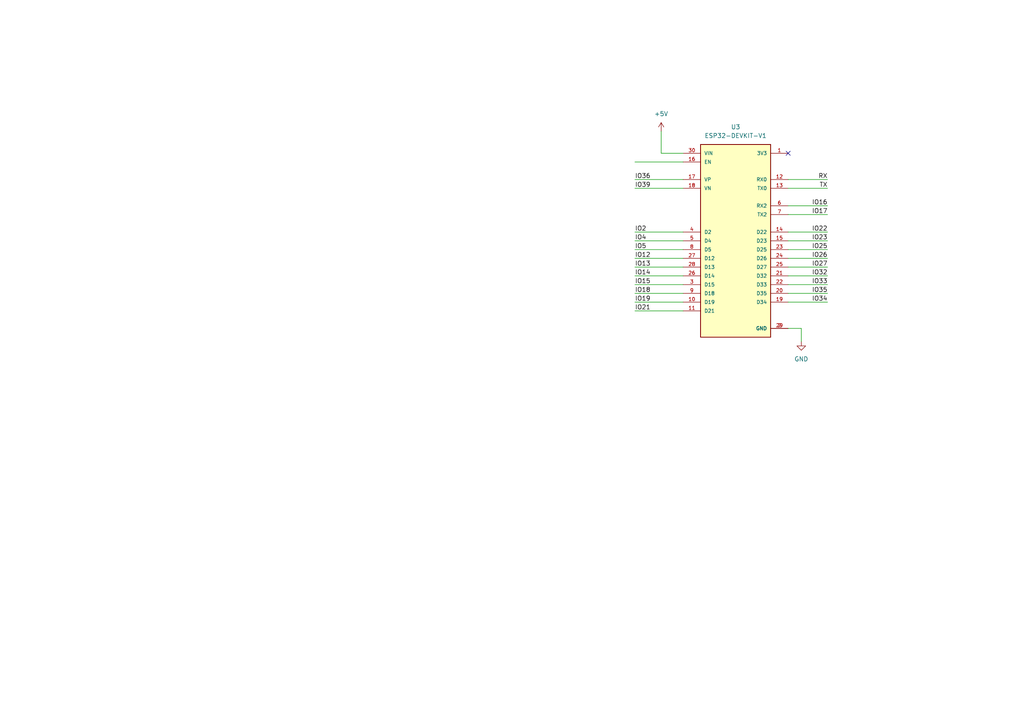
<source format=kicad_sch>
(kicad_sch (version 20231120) (generator "eeschema") (generator_version "8.0")
  (paper "A4")
  (lib_symbols
    (symbol "ESP32-DEVKIT-V1:ESP32-DEVKIT-V1" (pin_names (offset 1.016))
      (property "Reference" "U" (at -10.16 30.48 0))
      (property "Value" "ESP32-DEVKIT-V1" (at -10.16 -30.48 0))
      (symbol "ESP32-DEVKIT-V1_0_0"
        (rectangle (start -10.16 -27.94) (end 10.16 27.94) (stroke (width 0.254)) (fill (type background)))
        (pin output line (at 15.24 25.4 180) (length 5.08) (name "3V3") (number "1"))
        (pin bidirectional line (at -15.24 -17.78 0) (length 5.08) (name "D19") (number "10"))
        (pin bidirectional line (at -15.24 -20.32 0) (length 5.08) (name "D21") (number "11"))
        (pin input line (at 15.24 17.78 180) (length 5.08) (name "RX0") (number "12"))
        (pin output line (at 15.24 15.24 180) (length 5.08) (name "TX0") (number "13"))
        (pin bidirectional line (at 15.24 2.54 180) (length 5.08) (name "D22") (number "14"))
        (pin bidirectional line (at 15.24 0 180) (length 5.08) (name "D23") (number "15"))
        (pin input line (at -15.24 22.86 0) (length 5.08) (name "EN") (number "16"))
        (pin bidirectional line (at -15.24 17.78 0) (length 5.08) (name "VP") (number "17"))
        (pin bidirectional line (at -15.24 15.24 0) (length 5.08) (name "VN") (number "18"))
        (pin bidirectional line (at 15.24 -17.78 180) (length 5.08) (name "D34") (number "19"))
        (pin power_in line (at 15.24 -25.4 180) (length 5.08) (name "GND") (number "2"))
        (pin bidirectional line (at 15.24 -15.24 180) (length 5.08) (name "D35") (number "20"))
        (pin bidirectional line (at 15.24 -10.16 180) (length 5.08) (name "D32") (number "21"))
        (pin bidirectional line (at 15.24 -12.7 180) (length 5.08) (name "D33") (number "22"))
        (pin bidirectional line (at 15.24 -2.54 180) (length 5.08) (name "D25") (number "23"))
        (pin bidirectional line (at 15.24 -5.08 180) (length 5.08) (name "D26") (number "24"))
        (pin bidirectional line (at 15.24 -7.62 180) (length 5.08) (name "D27") (number "25"))
        (pin bidirectional line (at -15.24 -10.16 0) (length 5.08) (name "D14") (number "26"))
        (pin bidirectional line (at -15.24 -5.08 0) (length 5.08) (name "D12") (number "27"))
        (pin bidirectional line (at -15.24 -7.62 0) (length 5.08) (name "D13") (number "28"))
        (pin power_in line (at 15.24 -25.4 180) (length 5.08) (name "GND") (number "29"))
        (pin bidirectional line (at -15.24 -12.7 0) (length 5.08) (name "D15") (number "3"))
        (pin input line (at -15.24 25.4 0) (length 5.08) (name "VIN") (number "30"))
        (pin bidirectional line (at -15.24 2.54 0) (length 5.08) (name "D2") (number "4"))
        (pin bidirectional line (at -15.24 0 0) (length 5.08) (name "D4") (number "5"))
        (pin input line (at 15.24 10.16 180) (length 5.08) (name "RX2") (number "6"))
        (pin output line (at 15.24 7.62 180) (length 5.08) (name "TX2") (number "7"))
        (pin bidirectional line (at -15.24 -2.54 0) (length 5.08) (name "D5") (number "8"))
        (pin bidirectional line (at -15.24 -15.24 0) (length 5.08) (name "D18") (number "9"))
      )
    )
    (symbol "power:+5V" (power) (pin_numbers hide) (pin_names (offset 0) hide)
      (property "Value" "+5V" (at 0 3.556 0))
      (symbol "+5V_0_1"
        (polyline (pts (xy -0.762 1.27) (xy 0 2.54)))
        (polyline (pts (xy 0 0) (xy 0 2.54)))
        (polyline (pts (xy 0 2.54) (xy 0.762 1.27)))
      )
      (symbol "+5V_1_1"
        (pin power_in line (at 0 0 90) (length 0) (name "~") (number "1"))
      )
    )
    (symbol "power:GND" (power) (pin_numbers hide) (pin_names (offset 0) hide)
      (property "Value" "GND" (at 0 -3.81 0))
      (symbol "GND_0_1"
        (polyline (pts (xy 0 0) (xy 0 -1.27) (xy 1.27 -1.27) (xy 0 -2.54) (xy -1.27 -1.27) (xy 0 -1.27)))
      )
      (symbol "GND_1_1"
        (pin power_in line (at 0 0 270) (length 0) (name "~") (number "1"))
      )
    )
  )
  (no_connect (at 228.6 44.45))
  (wire (pts (xy 228.6 54.61) (xy 240.03 54.61)))
  (wire (pts (xy 184.15 74.93) (xy 198.12 74.93)))
  (wire (pts (xy 184.15 87.63) (xy 198.12 87.63)))
  (wire (pts (xy 184.15 52.07) (xy 198.12 52.07)))
  (wire (pts (xy 228.6 74.93) (xy 240.03 74.93)))
  (wire (pts (xy 228.6 95.25) (xy 232.41 95.25)))
  (wire (pts (xy 184.15 46.99) (xy 198.12 46.99)))
  (wire (pts (xy 228.6 69.85) (xy 240.03 69.85)))
  (wire (pts (xy 184.15 54.61) (xy 198.12 54.61)))
  (wire (pts (xy 184.15 80.01) (xy 198.12 80.01)))
  (wire (pts (xy 191.77 38.1) (xy 191.77 44.45)))
  (wire (pts (xy 228.6 52.07) (xy 240.03 52.07)))
  (wire (pts (xy 228.6 80.01) (xy 240.03 80.01)))
  (wire (pts (xy 228.6 77.47) (xy 240.03 77.47)))
  (wire (pts (xy 184.15 67.31) (xy 198.12 67.31)))
  (wire (pts (xy 191.77 44.45) (xy 198.12 44.45)))
  (wire (pts (xy 232.41 95.25) (xy 232.41 99.06)))
  (wire (pts (xy 228.6 72.39) (xy 240.03 72.39)))
  (wire (pts (xy 184.15 90.17) (xy 198.12 90.17)))
  (wire (pts (xy 184.15 77.47) (xy 198.12 77.47)))
  (wire (pts (xy 228.6 87.63) (xy 240.03 87.63)))
  (wire (pts (xy 228.6 59.69) (xy 240.03 59.69)))
  (wire (pts (xy 184.15 69.85) (xy 198.12 69.85)))
  (wire (pts (xy 184.15 85.09) (xy 198.12 85.09)))
  (wire (pts (xy 228.6 62.23) (xy 240.03 62.23)))
  (wire (pts (xy 184.15 72.39) (xy 198.12 72.39)))
  (wire (pts (xy 228.6 82.55) (xy 240.03 82.55)))
  (wire (pts (xy 184.15 82.55) (xy 198.12 82.55)))
  (wire (pts (xy 228.6 85.09) (xy 240.03 85.09)))
  (wire (pts (xy 228.6 67.31) (xy 240.03 67.31)))
  (label "RX" (at 240.03 52.07 180))
  (label "IO17" (at 240.03 62.23 180))
  (label "IO39" (at 184.15 54.61 0))
  (label "IO5" (at 184.15 72.39 0))
  (label "IO35" (at 240.03 85.09 180))
  (label "IO23" (at 240.03 69.85 180))
  (label "IO32" (at 240.03 80.01 180))
  (label "IO27" (at 240.03 77.47 180))
  (label "IO26" (at 240.03 74.93 180))
  (label "IO14" (at 184.15 80.01 0))
  (label "IO21" (at 184.15 90.17 0))
  (label "IO22" (at 240.03 67.31 180))
  (label "IO2" (at 184.15 67.31 0))
  (label "IO16" (at 240.03 59.69 180))
  (label "IO36" (at 184.15 52.07 0))
  (label "IO34" (at 240.03 87.63 180))
  (label "IO15" (at 184.15 82.55 0))
  (label "IO12" (at 184.15 74.93 0))
  (label "IO13" (at 184.15 77.47 0))
  (label "IO25" (at 240.03 72.39 180))
  (label "IO19" (at 184.15 87.63 0))
  (label "TX" (at 240.03 54.61 180))
  (label "IO33" (at 240.03 82.55 180))
  (label "IO4" (at 184.15 69.85 0))
  (label "IO18" (at 184.15 85.09 0))
  (symbol (lib_id "ESP32-DEVKIT-V1:ESP32-DEVKIT-V1") (at 213.36 69.85 0) (unit 1)
    (property "Reference" "U3" (at 213.36 36.83 0))
    (property "Value" "ESP32-DEVKIT-V1" (at 213.36 39.37 0))
    (property "Footprint" "Espressif:MODULE_ESP32_DEVKIT_V1" (effects (hide yes)))
    (property "MF" "Do it" (effects (hide yes)))
    (property "MAXIMUM_PACKAGE_HEIGHT" "6.8 mm" (effects (hide yes)))
    (property "Package" "None" (effects (hide yes)))
    (property "Price" "None" (effects (hide yes)))
    (property "Check_prices" "https://www.snapeda.com/parts/ESP32-DEVKIT-V1/Do+it/view-part/?ref=eda" (effects (hide yes)))
    (property "STANDARD" "Manufacturer Recommendations" (effects (hide yes)))
    (property "PARTREV" "N/A" (effects (hide yes)))
    (property "SnapEDA_Link" "https://www.snapeda.com/parts/ESP32-DEVKIT-V1/Do+it/view-part/?ref=snap" (effects (hide yes)))
    (property "MP" "ESP32-DEVKIT-V1" (effects (hide yes)))
    (property "Description_1" "\nDual core, Wi-Fi: 2.4 GHz up to 150 Mbits/s,BLE (Bluetooth Low Energy) and legacy Bluetooth, 32 bits, Up to 240 MHz\n" (effects (hide yes)))
    (property "Availability" "Not in stock" (effects (hide yes)))
    (property "MANUFACTURER" "DOIT" (effects (hide yes)))
  )
  (symbol (lib_id "power:GND") (at 232.41 99.06 0) (unit 1)
    (property "Reference" "#PWR013" (effects (hide yes)))
    (property "Value" "GND" (at 232.41 104.14 0))
    (property "Description" "Power symbol creates a global label with name \"GND\" , ground" (effects (hide yes)))
  )
  (symbol (lib_id "power:+5V") (at 191.77 38.1 0) (unit 1)
    (property "Reference" "#PWR012" (effects (hide yes)))
    (property "Value" "+5V" (at 191.77 33.02 0))
    (property "Description" "Power symbol creates a global label with name \"+5V\"" (effects (hide yes)))
  )
)
</source>
